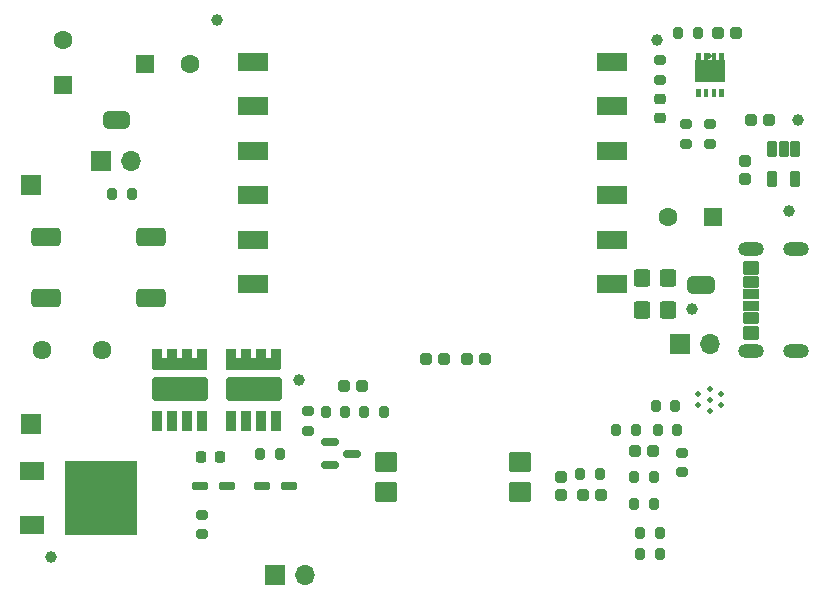
<source format=gbr>
%TF.GenerationSoftware,KiCad,Pcbnew,9.0.5*%
%TF.CreationDate,2025-10-24T12:46:41+03:00*%
%TF.ProjectId,40W SMPS,34305720-534d-4505-932e-6b696361645f,rev?*%
%TF.SameCoordinates,Original*%
%TF.FileFunction,Soldermask,Top*%
%TF.FilePolarity,Negative*%
%FSLAX46Y46*%
G04 Gerber Fmt 4.6, Leading zero omitted, Abs format (unit mm)*
G04 Created by KiCad (PCBNEW 9.0.5) date 2025-10-24 12:46:41*
%MOMM*%
%LPD*%
G01*
G04 APERTURE LIST*
G04 Aperture macros list*
%AMRoundRect*
0 Rectangle with rounded corners*
0 $1 Rounding radius*
0 $2 $3 $4 $5 $6 $7 $8 $9 X,Y pos of 4 corners*
0 Add a 4 corners polygon primitive as box body*
4,1,4,$2,$3,$4,$5,$6,$7,$8,$9,$2,$3,0*
0 Add four circle primitives for the rounded corners*
1,1,$1+$1,$2,$3*
1,1,$1+$1,$4,$5*
1,1,$1+$1,$6,$7*
1,1,$1+$1,$8,$9*
0 Add four rect primitives between the rounded corners*
20,1,$1+$1,$2,$3,$4,$5,0*
20,1,$1+$1,$4,$5,$6,$7,0*
20,1,$1+$1,$6,$7,$8,$9,0*
20,1,$1+$1,$8,$9,$2,$3,0*%
%AMFreePoly0*
4,1,23,0.500000,-0.750000,0.000000,-0.750000,0.000000,-0.745722,-0.065263,-0.745722,-0.191342,-0.711940,-0.304381,-0.646677,-0.396677,-0.554381,-0.461940,-0.441342,-0.495722,-0.315263,-0.495722,-0.250000,-0.500000,-0.250000,-0.500000,0.250000,-0.495722,0.250000,-0.495722,0.315263,-0.461940,0.441342,-0.396677,0.554381,-0.304381,0.646677,-0.191342,0.711940,-0.065263,0.745722,0.000000,0.745722,
0.000000,0.750000,0.500000,0.750000,0.500000,-0.750000,0.500000,-0.750000,$1*%
%AMFreePoly1*
4,1,23,0.000000,0.745722,0.065263,0.745722,0.191342,0.711940,0.304381,0.646677,0.396677,0.554381,0.461940,0.441342,0.495722,0.315263,0.495722,0.250000,0.500000,0.250000,0.500000,-0.250000,0.495722,-0.250000,0.495722,-0.315263,0.461940,-0.441342,0.396677,-0.554381,0.304381,-0.646677,0.191342,-0.711940,0.065263,-0.745722,0.000000,-0.745722,0.000000,-0.750000,-0.500000,-0.750000,
-0.500000,0.750000,0.000000,0.750000,0.000000,0.745722,0.000000,0.745722,$1*%
G04 Aperture macros list end*
%ADD10C,0.010000*%
%ADD11RoundRect,0.200000X-0.200000X-0.275000X0.200000X-0.275000X0.200000X0.275000X-0.200000X0.275000X0*%
%ADD12RoundRect,0.200000X0.275000X-0.200000X0.275000X0.200000X-0.275000X0.200000X-0.275000X-0.200000X0*%
%ADD13C,1.000000*%
%ADD14RoundRect,0.244000X0.244000X0.269000X-0.244000X0.269000X-0.244000X-0.269000X0.244000X-0.269000X0*%
%ADD15RoundRect,0.102000X0.317500X-0.778000X0.317500X0.778000X-0.317500X0.778000X-0.317500X-0.778000X0*%
%ADD16RoundRect,0.102000X2.221557X-0.442625X2.221557X0.442625X-2.221557X0.442625X-2.221557X-0.442625X0*%
%ADD17RoundRect,0.102000X2.233750X-0.876500X2.233750X0.876500X-2.233750X0.876500X-2.233750X-0.876500X0*%
%ADD18RoundRect,0.264074X-0.448926X0.473926X-0.448926X-0.473926X0.448926X-0.473926X0.448926X0.473926X0*%
%ADD19C,1.612000*%
%ADD20RoundRect,0.218750X0.218750X0.256250X-0.218750X0.256250X-0.218750X-0.256250X0.218750X-0.256250X0*%
%ADD21R,1.700000X1.700000*%
%ADD22RoundRect,0.244000X-0.244000X-0.269000X0.244000X-0.269000X0.244000X0.269000X-0.244000X0.269000X0*%
%ADD23O,1.700000X1.700000*%
%ADD24RoundRect,0.099250X-0.297750X0.607750X-0.297750X-0.607750X0.297750X-0.607750X0.297750X0.607750X0*%
%ADD25RoundRect,0.200000X-0.275000X0.200000X-0.275000X-0.200000X0.275000X-0.200000X0.275000X0.200000X0*%
%ADD26RoundRect,0.102000X-0.537500X-0.250000X0.537500X-0.250000X0.537500X0.250000X-0.537500X0.250000X0*%
%ADD27R,1.600000X1.600000*%
%ADD28C,1.600000*%
%ADD29RoundRect,0.102000X0.537500X0.250000X-0.537500X0.250000X-0.537500X-0.250000X0.537500X-0.250000X0*%
%ADD30FreePoly0,0.000000*%
%ADD31FreePoly1,0.000000*%
%ADD32RoundRect,0.102000X0.575000X-0.350000X0.575000X0.350000X-0.575000X0.350000X-0.575000X-0.350000X0*%
%ADD33RoundRect,0.102000X0.575000X-0.400000X0.575000X0.400000X-0.575000X0.400000X-0.575000X-0.400000X0*%
%ADD34RoundRect,0.102000X0.575000X-0.450000X0.575000X0.450000X-0.575000X0.450000X-0.575000X-0.450000X0*%
%ADD35O,2.204000X1.204000*%
%ADD36RoundRect,0.218750X0.256250X-0.218750X0.256250X0.218750X-0.256250X0.218750X-0.256250X-0.218750X0*%
%ADD37RoundRect,0.200000X0.200000X0.275000X-0.200000X0.275000X-0.200000X-0.275000X0.200000X-0.275000X0*%
%ADD38R,2.500000X1.520000*%
%ADD39C,0.504000*%
%ADD40RoundRect,0.244000X0.269000X-0.244000X0.269000X0.244000X-0.269000X0.244000X-0.269000X-0.244000X0*%
%ADD41RoundRect,0.244000X-0.269000X0.244000X-0.269000X-0.244000X0.269000X-0.244000X0.269000X0.244000X0*%
%ADD42RoundRect,0.102000X0.850000X0.725000X-0.850000X0.725000X-0.850000X-0.725000X0.850000X-0.725000X0*%
%ADD43RoundRect,0.150000X-0.587500X-0.150000X0.587500X-0.150000X0.587500X0.150000X-0.587500X0.150000X0*%
%ADD44RoundRect,0.102000X-0.900000X-0.700000X0.900000X-0.700000X0.900000X0.700000X-0.900000X0.700000X0*%
%ADD45RoundRect,0.102000X-2.985000X-3.050000X2.985000X-3.050000X2.985000X3.050000X-2.985000X3.050000X0*%
%ADD46RoundRect,0.250000X-0.985000X0.505000X-0.985000X-0.505000X0.985000X-0.505000X0.985000X0.505000X0*%
G04 APERTURE END LIST*
%TO.C,JP3*%
G36*
X228350000Y-63750000D02*
G01*
X228650000Y-63750000D01*
X228650000Y-65250000D01*
X228350000Y-65250000D01*
X228350000Y-63750000D01*
G37*
%TO.C,JP2*%
G36*
X178850000Y-49750000D02*
G01*
X179150000Y-49750000D01*
X179150000Y-51250000D01*
X178850000Y-51250000D01*
X178850000Y-49750000D01*
G37*
D10*
%TO.C,Q2*%
X228358000Y-47901000D02*
X228360000Y-47901000D01*
X228363000Y-47902000D01*
X228365000Y-47902000D01*
X228368000Y-47903000D01*
X228370000Y-47904000D01*
X228373000Y-47905000D01*
X228375000Y-47907000D01*
X228377000Y-47908000D01*
X228379000Y-47910000D01*
X228381000Y-47911000D01*
X228383000Y-47913000D01*
X228385000Y-47915000D01*
X228387000Y-47917000D01*
X228389000Y-47919000D01*
X228390000Y-47921000D01*
X228392000Y-47923000D01*
X228393000Y-47925000D01*
X228395000Y-47927000D01*
X228396000Y-47930000D01*
X228397000Y-47932000D01*
X228398000Y-47935000D01*
X228398000Y-47937000D01*
X228399000Y-47940000D01*
X228399000Y-47942000D01*
X228400000Y-47945000D01*
X228400000Y-47947000D01*
X228400000Y-47950000D01*
X228400000Y-48450000D01*
X228400000Y-48453000D01*
X228400000Y-48455000D01*
X228399000Y-48458000D01*
X228399000Y-48460000D01*
X228398000Y-48463000D01*
X228398000Y-48465000D01*
X228397000Y-48468000D01*
X228396000Y-48470000D01*
X228395000Y-48473000D01*
X228393000Y-48475000D01*
X228392000Y-48477000D01*
X228390000Y-48479000D01*
X228389000Y-48481000D01*
X228387000Y-48483000D01*
X228385000Y-48485000D01*
X228383000Y-48487000D01*
X228381000Y-48489000D01*
X228379000Y-48490000D01*
X228377000Y-48492000D01*
X228375000Y-48493000D01*
X228373000Y-48495000D01*
X228370000Y-48496000D01*
X228368000Y-48497000D01*
X228365000Y-48498000D01*
X228363000Y-48498000D01*
X228360000Y-48499000D01*
X228358000Y-48499000D01*
X228355000Y-48500000D01*
X228353000Y-48500000D01*
X228350000Y-48500000D01*
X228150000Y-48500000D01*
X228147000Y-48500000D01*
X228145000Y-48500000D01*
X228142000Y-48499000D01*
X228140000Y-48499000D01*
X228137000Y-48498000D01*
X228135000Y-48498000D01*
X228132000Y-48497000D01*
X228130000Y-48496000D01*
X228127000Y-48495000D01*
X228125000Y-48493000D01*
X228123000Y-48492000D01*
X228121000Y-48490000D01*
X228119000Y-48489000D01*
X228117000Y-48487000D01*
X228115000Y-48485000D01*
X228113000Y-48483000D01*
X228111000Y-48481000D01*
X228110000Y-48479000D01*
X228108000Y-48477000D01*
X228107000Y-48475000D01*
X228105000Y-48473000D01*
X228104000Y-48470000D01*
X228103000Y-48468000D01*
X228102000Y-48465000D01*
X228102000Y-48463000D01*
X228101000Y-48460000D01*
X228101000Y-48458000D01*
X228100000Y-48455000D01*
X228100000Y-48453000D01*
X228100000Y-48450000D01*
X228100000Y-47950000D01*
X228100000Y-47947000D01*
X228100000Y-47945000D01*
X228101000Y-47942000D01*
X228101000Y-47940000D01*
X228102000Y-47937000D01*
X228102000Y-47935000D01*
X228103000Y-47932000D01*
X228104000Y-47930000D01*
X228105000Y-47927000D01*
X228107000Y-47925000D01*
X228108000Y-47923000D01*
X228110000Y-47921000D01*
X228111000Y-47919000D01*
X228113000Y-47917000D01*
X228115000Y-47915000D01*
X228117000Y-47913000D01*
X228119000Y-47911000D01*
X228121000Y-47910000D01*
X228123000Y-47908000D01*
X228125000Y-47907000D01*
X228127000Y-47905000D01*
X228130000Y-47904000D01*
X228132000Y-47903000D01*
X228135000Y-47902000D01*
X228137000Y-47902000D01*
X228140000Y-47901000D01*
X228142000Y-47901000D01*
X228145000Y-47900000D01*
X228147000Y-47900000D01*
X228150000Y-47900000D01*
X228350000Y-47900000D01*
X228353000Y-47900000D01*
X228355000Y-47900000D01*
X228358000Y-47901000D01*
G36*
X228358000Y-47901000D02*
G01*
X228360000Y-47901000D01*
X228363000Y-47902000D01*
X228365000Y-47902000D01*
X228368000Y-47903000D01*
X228370000Y-47904000D01*
X228373000Y-47905000D01*
X228375000Y-47907000D01*
X228377000Y-47908000D01*
X228379000Y-47910000D01*
X228381000Y-47911000D01*
X228383000Y-47913000D01*
X228385000Y-47915000D01*
X228387000Y-47917000D01*
X228389000Y-47919000D01*
X228390000Y-47921000D01*
X228392000Y-47923000D01*
X228393000Y-47925000D01*
X228395000Y-47927000D01*
X228396000Y-47930000D01*
X228397000Y-47932000D01*
X228398000Y-47935000D01*
X228398000Y-47937000D01*
X228399000Y-47940000D01*
X228399000Y-47942000D01*
X228400000Y-47945000D01*
X228400000Y-47947000D01*
X228400000Y-47950000D01*
X228400000Y-48450000D01*
X228400000Y-48453000D01*
X228400000Y-48455000D01*
X228399000Y-48458000D01*
X228399000Y-48460000D01*
X228398000Y-48463000D01*
X228398000Y-48465000D01*
X228397000Y-48468000D01*
X228396000Y-48470000D01*
X228395000Y-48473000D01*
X228393000Y-48475000D01*
X228392000Y-48477000D01*
X228390000Y-48479000D01*
X228389000Y-48481000D01*
X228387000Y-48483000D01*
X228385000Y-48485000D01*
X228383000Y-48487000D01*
X228381000Y-48489000D01*
X228379000Y-48490000D01*
X228377000Y-48492000D01*
X228375000Y-48493000D01*
X228373000Y-48495000D01*
X228370000Y-48496000D01*
X228368000Y-48497000D01*
X228365000Y-48498000D01*
X228363000Y-48498000D01*
X228360000Y-48499000D01*
X228358000Y-48499000D01*
X228355000Y-48500000D01*
X228353000Y-48500000D01*
X228350000Y-48500000D01*
X228150000Y-48500000D01*
X228147000Y-48500000D01*
X228145000Y-48500000D01*
X228142000Y-48499000D01*
X228140000Y-48499000D01*
X228137000Y-48498000D01*
X228135000Y-48498000D01*
X228132000Y-48497000D01*
X228130000Y-48496000D01*
X228127000Y-48495000D01*
X228125000Y-48493000D01*
X228123000Y-48492000D01*
X228121000Y-48490000D01*
X228119000Y-48489000D01*
X228117000Y-48487000D01*
X228115000Y-48485000D01*
X228113000Y-48483000D01*
X228111000Y-48481000D01*
X228110000Y-48479000D01*
X228108000Y-48477000D01*
X228107000Y-48475000D01*
X228105000Y-48473000D01*
X228104000Y-48470000D01*
X228103000Y-48468000D01*
X228102000Y-48465000D01*
X228102000Y-48463000D01*
X228101000Y-48460000D01*
X228101000Y-48458000D01*
X228100000Y-48455000D01*
X228100000Y-48453000D01*
X228100000Y-48450000D01*
X228100000Y-47950000D01*
X228100000Y-47947000D01*
X228100000Y-47945000D01*
X228101000Y-47942000D01*
X228101000Y-47940000D01*
X228102000Y-47937000D01*
X228102000Y-47935000D01*
X228103000Y-47932000D01*
X228104000Y-47930000D01*
X228105000Y-47927000D01*
X228107000Y-47925000D01*
X228108000Y-47923000D01*
X228110000Y-47921000D01*
X228111000Y-47919000D01*
X228113000Y-47917000D01*
X228115000Y-47915000D01*
X228117000Y-47913000D01*
X228119000Y-47911000D01*
X228121000Y-47910000D01*
X228123000Y-47908000D01*
X228125000Y-47907000D01*
X228127000Y-47905000D01*
X228130000Y-47904000D01*
X228132000Y-47903000D01*
X228135000Y-47902000D01*
X228137000Y-47902000D01*
X228140000Y-47901000D01*
X228142000Y-47901000D01*
X228145000Y-47900000D01*
X228147000Y-47900000D01*
X228150000Y-47900000D01*
X228350000Y-47900000D01*
X228353000Y-47900000D01*
X228355000Y-47900000D01*
X228358000Y-47901000D01*
G37*
X229008000Y-47901000D02*
X229010000Y-47901000D01*
X229013000Y-47902000D01*
X229015000Y-47902000D01*
X229018000Y-47903000D01*
X229020000Y-47904000D01*
X229023000Y-47905000D01*
X229025000Y-47907000D01*
X229027000Y-47908000D01*
X229029000Y-47910000D01*
X229031000Y-47911000D01*
X229033000Y-47913000D01*
X229035000Y-47915000D01*
X229037000Y-47917000D01*
X229039000Y-47919000D01*
X229040000Y-47921000D01*
X229042000Y-47923000D01*
X229043000Y-47925000D01*
X229045000Y-47927000D01*
X229046000Y-47930000D01*
X229047000Y-47932000D01*
X229048000Y-47935000D01*
X229048000Y-47937000D01*
X229049000Y-47940000D01*
X229049000Y-47942000D01*
X229050000Y-47945000D01*
X229050000Y-47947000D01*
X229050000Y-47950000D01*
X229050000Y-48450000D01*
X229050000Y-48453000D01*
X229050000Y-48455000D01*
X229049000Y-48458000D01*
X229049000Y-48460000D01*
X229048000Y-48463000D01*
X229048000Y-48465000D01*
X229047000Y-48468000D01*
X229046000Y-48470000D01*
X229045000Y-48473000D01*
X229043000Y-48475000D01*
X229042000Y-48477000D01*
X229040000Y-48479000D01*
X229039000Y-48481000D01*
X229037000Y-48483000D01*
X229035000Y-48485000D01*
X229033000Y-48487000D01*
X229031000Y-48489000D01*
X229029000Y-48490000D01*
X229027000Y-48492000D01*
X229025000Y-48493000D01*
X229023000Y-48495000D01*
X229020000Y-48496000D01*
X229018000Y-48497000D01*
X229015000Y-48498000D01*
X229013000Y-48498000D01*
X229010000Y-48499000D01*
X229008000Y-48499000D01*
X229005000Y-48500000D01*
X229003000Y-48500000D01*
X229000000Y-48500000D01*
X228800000Y-48500000D01*
X228797000Y-48500000D01*
X228795000Y-48500000D01*
X228792000Y-48499000D01*
X228790000Y-48499000D01*
X228787000Y-48498000D01*
X228785000Y-48498000D01*
X228782000Y-48497000D01*
X228780000Y-48496000D01*
X228777000Y-48495000D01*
X228775000Y-48493000D01*
X228773000Y-48492000D01*
X228771000Y-48490000D01*
X228769000Y-48489000D01*
X228767000Y-48487000D01*
X228765000Y-48485000D01*
X228763000Y-48483000D01*
X228761000Y-48481000D01*
X228760000Y-48479000D01*
X228758000Y-48477000D01*
X228757000Y-48475000D01*
X228755000Y-48473000D01*
X228754000Y-48470000D01*
X228753000Y-48468000D01*
X228752000Y-48465000D01*
X228752000Y-48463000D01*
X228751000Y-48460000D01*
X228751000Y-48458000D01*
X228750000Y-48455000D01*
X228750000Y-48453000D01*
X228750000Y-48450000D01*
X228750000Y-47950000D01*
X228750000Y-47947000D01*
X228750000Y-47945000D01*
X228751000Y-47942000D01*
X228751000Y-47940000D01*
X228752000Y-47937000D01*
X228752000Y-47935000D01*
X228753000Y-47932000D01*
X228754000Y-47930000D01*
X228755000Y-47927000D01*
X228757000Y-47925000D01*
X228758000Y-47923000D01*
X228760000Y-47921000D01*
X228761000Y-47919000D01*
X228763000Y-47917000D01*
X228765000Y-47915000D01*
X228767000Y-47913000D01*
X228769000Y-47911000D01*
X228771000Y-47910000D01*
X228773000Y-47908000D01*
X228775000Y-47907000D01*
X228777000Y-47905000D01*
X228780000Y-47904000D01*
X228782000Y-47903000D01*
X228785000Y-47902000D01*
X228787000Y-47902000D01*
X228790000Y-47901000D01*
X228792000Y-47901000D01*
X228795000Y-47900000D01*
X228797000Y-47900000D01*
X228800000Y-47900000D01*
X229000000Y-47900000D01*
X229003000Y-47900000D01*
X229005000Y-47900000D01*
X229008000Y-47901000D01*
G36*
X229008000Y-47901000D02*
G01*
X229010000Y-47901000D01*
X229013000Y-47902000D01*
X229015000Y-47902000D01*
X229018000Y-47903000D01*
X229020000Y-47904000D01*
X229023000Y-47905000D01*
X229025000Y-47907000D01*
X229027000Y-47908000D01*
X229029000Y-47910000D01*
X229031000Y-47911000D01*
X229033000Y-47913000D01*
X229035000Y-47915000D01*
X229037000Y-47917000D01*
X229039000Y-47919000D01*
X229040000Y-47921000D01*
X229042000Y-47923000D01*
X229043000Y-47925000D01*
X229045000Y-47927000D01*
X229046000Y-47930000D01*
X229047000Y-47932000D01*
X229048000Y-47935000D01*
X229048000Y-47937000D01*
X229049000Y-47940000D01*
X229049000Y-47942000D01*
X229050000Y-47945000D01*
X229050000Y-47947000D01*
X229050000Y-47950000D01*
X229050000Y-48450000D01*
X229050000Y-48453000D01*
X229050000Y-48455000D01*
X229049000Y-48458000D01*
X229049000Y-48460000D01*
X229048000Y-48463000D01*
X229048000Y-48465000D01*
X229047000Y-48468000D01*
X229046000Y-48470000D01*
X229045000Y-48473000D01*
X229043000Y-48475000D01*
X229042000Y-48477000D01*
X229040000Y-48479000D01*
X229039000Y-48481000D01*
X229037000Y-48483000D01*
X229035000Y-48485000D01*
X229033000Y-48487000D01*
X229031000Y-48489000D01*
X229029000Y-48490000D01*
X229027000Y-48492000D01*
X229025000Y-48493000D01*
X229023000Y-48495000D01*
X229020000Y-48496000D01*
X229018000Y-48497000D01*
X229015000Y-48498000D01*
X229013000Y-48498000D01*
X229010000Y-48499000D01*
X229008000Y-48499000D01*
X229005000Y-48500000D01*
X229003000Y-48500000D01*
X229000000Y-48500000D01*
X228800000Y-48500000D01*
X228797000Y-48500000D01*
X228795000Y-48500000D01*
X228792000Y-48499000D01*
X228790000Y-48499000D01*
X228787000Y-48498000D01*
X228785000Y-48498000D01*
X228782000Y-48497000D01*
X228780000Y-48496000D01*
X228777000Y-48495000D01*
X228775000Y-48493000D01*
X228773000Y-48492000D01*
X228771000Y-48490000D01*
X228769000Y-48489000D01*
X228767000Y-48487000D01*
X228765000Y-48485000D01*
X228763000Y-48483000D01*
X228761000Y-48481000D01*
X228760000Y-48479000D01*
X228758000Y-48477000D01*
X228757000Y-48475000D01*
X228755000Y-48473000D01*
X228754000Y-48470000D01*
X228753000Y-48468000D01*
X228752000Y-48465000D01*
X228752000Y-48463000D01*
X228751000Y-48460000D01*
X228751000Y-48458000D01*
X228750000Y-48455000D01*
X228750000Y-48453000D01*
X228750000Y-48450000D01*
X228750000Y-47950000D01*
X228750000Y-47947000D01*
X228750000Y-47945000D01*
X228751000Y-47942000D01*
X228751000Y-47940000D01*
X228752000Y-47937000D01*
X228752000Y-47935000D01*
X228753000Y-47932000D01*
X228754000Y-47930000D01*
X228755000Y-47927000D01*
X228757000Y-47925000D01*
X228758000Y-47923000D01*
X228760000Y-47921000D01*
X228761000Y-47919000D01*
X228763000Y-47917000D01*
X228765000Y-47915000D01*
X228767000Y-47913000D01*
X228769000Y-47911000D01*
X228771000Y-47910000D01*
X228773000Y-47908000D01*
X228775000Y-47907000D01*
X228777000Y-47905000D01*
X228780000Y-47904000D01*
X228782000Y-47903000D01*
X228785000Y-47902000D01*
X228787000Y-47902000D01*
X228790000Y-47901000D01*
X228792000Y-47901000D01*
X228795000Y-47900000D01*
X228797000Y-47900000D01*
X228800000Y-47900000D01*
X229000000Y-47900000D01*
X229003000Y-47900000D01*
X229005000Y-47900000D01*
X229008000Y-47901000D01*
G37*
X229658000Y-47901000D02*
X229660000Y-47901000D01*
X229663000Y-47902000D01*
X229665000Y-47902000D01*
X229668000Y-47903000D01*
X229670000Y-47904000D01*
X229673000Y-47905000D01*
X229675000Y-47907000D01*
X229677000Y-47908000D01*
X229679000Y-47910000D01*
X229681000Y-47911000D01*
X229683000Y-47913000D01*
X229685000Y-47915000D01*
X229687000Y-47917000D01*
X229689000Y-47919000D01*
X229690000Y-47921000D01*
X229692000Y-47923000D01*
X229693000Y-47925000D01*
X229695000Y-47927000D01*
X229696000Y-47930000D01*
X229697000Y-47932000D01*
X229698000Y-47935000D01*
X229698000Y-47937000D01*
X229699000Y-47940000D01*
X229699000Y-47942000D01*
X229700000Y-47945000D01*
X229700000Y-47947000D01*
X229700000Y-47950000D01*
X229700000Y-48450000D01*
X229700000Y-48453000D01*
X229700000Y-48455000D01*
X229699000Y-48458000D01*
X229699000Y-48460000D01*
X229698000Y-48463000D01*
X229698000Y-48465000D01*
X229697000Y-48468000D01*
X229696000Y-48470000D01*
X229695000Y-48473000D01*
X229693000Y-48475000D01*
X229692000Y-48477000D01*
X229690000Y-48479000D01*
X229689000Y-48481000D01*
X229687000Y-48483000D01*
X229685000Y-48485000D01*
X229683000Y-48487000D01*
X229681000Y-48489000D01*
X229679000Y-48490000D01*
X229677000Y-48492000D01*
X229675000Y-48493000D01*
X229673000Y-48495000D01*
X229670000Y-48496000D01*
X229668000Y-48497000D01*
X229665000Y-48498000D01*
X229663000Y-48498000D01*
X229660000Y-48499000D01*
X229658000Y-48499000D01*
X229655000Y-48500000D01*
X229653000Y-48500000D01*
X229650000Y-48500000D01*
X229450000Y-48500000D01*
X229447000Y-48500000D01*
X229445000Y-48500000D01*
X229442000Y-48499000D01*
X229440000Y-48499000D01*
X229437000Y-48498000D01*
X229435000Y-48498000D01*
X229432000Y-48497000D01*
X229430000Y-48496000D01*
X229427000Y-48495000D01*
X229425000Y-48493000D01*
X229423000Y-48492000D01*
X229421000Y-48490000D01*
X229419000Y-48489000D01*
X229417000Y-48487000D01*
X229415000Y-48485000D01*
X229413000Y-48483000D01*
X229411000Y-48481000D01*
X229410000Y-48479000D01*
X229408000Y-48477000D01*
X229407000Y-48475000D01*
X229405000Y-48473000D01*
X229404000Y-48470000D01*
X229403000Y-48468000D01*
X229402000Y-48465000D01*
X229402000Y-48463000D01*
X229401000Y-48460000D01*
X229401000Y-48458000D01*
X229400000Y-48455000D01*
X229400000Y-48453000D01*
X229400000Y-48450000D01*
X229400000Y-47950000D01*
X229400000Y-47947000D01*
X229400000Y-47945000D01*
X229401000Y-47942000D01*
X229401000Y-47940000D01*
X229402000Y-47937000D01*
X229402000Y-47935000D01*
X229403000Y-47932000D01*
X229404000Y-47930000D01*
X229405000Y-47927000D01*
X229407000Y-47925000D01*
X229408000Y-47923000D01*
X229410000Y-47921000D01*
X229411000Y-47919000D01*
X229413000Y-47917000D01*
X229415000Y-47915000D01*
X229417000Y-47913000D01*
X229419000Y-47911000D01*
X229421000Y-47910000D01*
X229423000Y-47908000D01*
X229425000Y-47907000D01*
X229427000Y-47905000D01*
X229430000Y-47904000D01*
X229432000Y-47903000D01*
X229435000Y-47902000D01*
X229437000Y-47902000D01*
X229440000Y-47901000D01*
X229442000Y-47901000D01*
X229445000Y-47900000D01*
X229447000Y-47900000D01*
X229450000Y-47900000D01*
X229650000Y-47900000D01*
X229653000Y-47900000D01*
X229655000Y-47900000D01*
X229658000Y-47901000D01*
G36*
X229658000Y-47901000D02*
G01*
X229660000Y-47901000D01*
X229663000Y-47902000D01*
X229665000Y-47902000D01*
X229668000Y-47903000D01*
X229670000Y-47904000D01*
X229673000Y-47905000D01*
X229675000Y-47907000D01*
X229677000Y-47908000D01*
X229679000Y-47910000D01*
X229681000Y-47911000D01*
X229683000Y-47913000D01*
X229685000Y-47915000D01*
X229687000Y-47917000D01*
X229689000Y-47919000D01*
X229690000Y-47921000D01*
X229692000Y-47923000D01*
X229693000Y-47925000D01*
X229695000Y-47927000D01*
X229696000Y-47930000D01*
X229697000Y-47932000D01*
X229698000Y-47935000D01*
X229698000Y-47937000D01*
X229699000Y-47940000D01*
X229699000Y-47942000D01*
X229700000Y-47945000D01*
X229700000Y-47947000D01*
X229700000Y-47950000D01*
X229700000Y-48450000D01*
X229700000Y-48453000D01*
X229700000Y-48455000D01*
X229699000Y-48458000D01*
X229699000Y-48460000D01*
X229698000Y-48463000D01*
X229698000Y-48465000D01*
X229697000Y-48468000D01*
X229696000Y-48470000D01*
X229695000Y-48473000D01*
X229693000Y-48475000D01*
X229692000Y-48477000D01*
X229690000Y-48479000D01*
X229689000Y-48481000D01*
X229687000Y-48483000D01*
X229685000Y-48485000D01*
X229683000Y-48487000D01*
X229681000Y-48489000D01*
X229679000Y-48490000D01*
X229677000Y-48492000D01*
X229675000Y-48493000D01*
X229673000Y-48495000D01*
X229670000Y-48496000D01*
X229668000Y-48497000D01*
X229665000Y-48498000D01*
X229663000Y-48498000D01*
X229660000Y-48499000D01*
X229658000Y-48499000D01*
X229655000Y-48500000D01*
X229653000Y-48500000D01*
X229650000Y-48500000D01*
X229450000Y-48500000D01*
X229447000Y-48500000D01*
X229445000Y-48500000D01*
X229442000Y-48499000D01*
X229440000Y-48499000D01*
X229437000Y-48498000D01*
X229435000Y-48498000D01*
X229432000Y-48497000D01*
X229430000Y-48496000D01*
X229427000Y-48495000D01*
X229425000Y-48493000D01*
X229423000Y-48492000D01*
X229421000Y-48490000D01*
X229419000Y-48489000D01*
X229417000Y-48487000D01*
X229415000Y-48485000D01*
X229413000Y-48483000D01*
X229411000Y-48481000D01*
X229410000Y-48479000D01*
X229408000Y-48477000D01*
X229407000Y-48475000D01*
X229405000Y-48473000D01*
X229404000Y-48470000D01*
X229403000Y-48468000D01*
X229402000Y-48465000D01*
X229402000Y-48463000D01*
X229401000Y-48460000D01*
X229401000Y-48458000D01*
X229400000Y-48455000D01*
X229400000Y-48453000D01*
X229400000Y-48450000D01*
X229400000Y-47950000D01*
X229400000Y-47947000D01*
X229400000Y-47945000D01*
X229401000Y-47942000D01*
X229401000Y-47940000D01*
X229402000Y-47937000D01*
X229402000Y-47935000D01*
X229403000Y-47932000D01*
X229404000Y-47930000D01*
X229405000Y-47927000D01*
X229407000Y-47925000D01*
X229408000Y-47923000D01*
X229410000Y-47921000D01*
X229411000Y-47919000D01*
X229413000Y-47917000D01*
X229415000Y-47915000D01*
X229417000Y-47913000D01*
X229419000Y-47911000D01*
X229421000Y-47910000D01*
X229423000Y-47908000D01*
X229425000Y-47907000D01*
X229427000Y-47905000D01*
X229430000Y-47904000D01*
X229432000Y-47903000D01*
X229435000Y-47902000D01*
X229437000Y-47902000D01*
X229440000Y-47901000D01*
X229442000Y-47901000D01*
X229445000Y-47900000D01*
X229447000Y-47900000D01*
X229450000Y-47900000D01*
X229650000Y-47900000D01*
X229653000Y-47900000D01*
X229655000Y-47900000D01*
X229658000Y-47901000D01*
G37*
X230308000Y-47901000D02*
X230310000Y-47901000D01*
X230313000Y-47902000D01*
X230315000Y-47902000D01*
X230318000Y-47903000D01*
X230320000Y-47904000D01*
X230323000Y-47905000D01*
X230325000Y-47907000D01*
X230327000Y-47908000D01*
X230329000Y-47910000D01*
X230331000Y-47911000D01*
X230333000Y-47913000D01*
X230335000Y-47915000D01*
X230337000Y-47917000D01*
X230339000Y-47919000D01*
X230340000Y-47921000D01*
X230342000Y-47923000D01*
X230343000Y-47925000D01*
X230345000Y-47927000D01*
X230346000Y-47930000D01*
X230347000Y-47932000D01*
X230348000Y-47935000D01*
X230348000Y-47937000D01*
X230349000Y-47940000D01*
X230349000Y-47942000D01*
X230350000Y-47945000D01*
X230350000Y-47947000D01*
X230350000Y-47950000D01*
X230350000Y-48450000D01*
X230350000Y-48453000D01*
X230350000Y-48455000D01*
X230349000Y-48458000D01*
X230349000Y-48460000D01*
X230348000Y-48463000D01*
X230348000Y-48465000D01*
X230347000Y-48468000D01*
X230346000Y-48470000D01*
X230345000Y-48473000D01*
X230343000Y-48475000D01*
X230342000Y-48477000D01*
X230340000Y-48479000D01*
X230339000Y-48481000D01*
X230337000Y-48483000D01*
X230335000Y-48485000D01*
X230333000Y-48487000D01*
X230331000Y-48489000D01*
X230329000Y-48490000D01*
X230327000Y-48492000D01*
X230325000Y-48493000D01*
X230323000Y-48495000D01*
X230320000Y-48496000D01*
X230318000Y-48497000D01*
X230315000Y-48498000D01*
X230313000Y-48498000D01*
X230310000Y-48499000D01*
X230308000Y-48499000D01*
X230305000Y-48500000D01*
X230303000Y-48500000D01*
X230300000Y-48500000D01*
X230100000Y-48500000D01*
X230097000Y-48500000D01*
X230095000Y-48500000D01*
X230092000Y-48499000D01*
X230090000Y-48499000D01*
X230087000Y-48498000D01*
X230085000Y-48498000D01*
X230082000Y-48497000D01*
X230080000Y-48496000D01*
X230077000Y-48495000D01*
X230075000Y-48493000D01*
X230073000Y-48492000D01*
X230071000Y-48490000D01*
X230069000Y-48489000D01*
X230067000Y-48487000D01*
X230065000Y-48485000D01*
X230063000Y-48483000D01*
X230061000Y-48481000D01*
X230060000Y-48479000D01*
X230058000Y-48477000D01*
X230057000Y-48475000D01*
X230055000Y-48473000D01*
X230054000Y-48470000D01*
X230053000Y-48468000D01*
X230052000Y-48465000D01*
X230052000Y-48463000D01*
X230051000Y-48460000D01*
X230051000Y-48458000D01*
X230050000Y-48455000D01*
X230050000Y-48453000D01*
X230050000Y-48450000D01*
X230050000Y-47950000D01*
X230050000Y-47947000D01*
X230050000Y-47945000D01*
X230051000Y-47942000D01*
X230051000Y-47940000D01*
X230052000Y-47937000D01*
X230052000Y-47935000D01*
X230053000Y-47932000D01*
X230054000Y-47930000D01*
X230055000Y-47927000D01*
X230057000Y-47925000D01*
X230058000Y-47923000D01*
X230060000Y-47921000D01*
X230061000Y-47919000D01*
X230063000Y-47917000D01*
X230065000Y-47915000D01*
X230067000Y-47913000D01*
X230069000Y-47911000D01*
X230071000Y-47910000D01*
X230073000Y-47908000D01*
X230075000Y-47907000D01*
X230077000Y-47905000D01*
X230080000Y-47904000D01*
X230082000Y-47903000D01*
X230085000Y-47902000D01*
X230087000Y-47902000D01*
X230090000Y-47901000D01*
X230092000Y-47901000D01*
X230095000Y-47900000D01*
X230097000Y-47900000D01*
X230100000Y-47900000D01*
X230300000Y-47900000D01*
X230303000Y-47900000D01*
X230305000Y-47900000D01*
X230308000Y-47901000D01*
G36*
X230308000Y-47901000D02*
G01*
X230310000Y-47901000D01*
X230313000Y-47902000D01*
X230315000Y-47902000D01*
X230318000Y-47903000D01*
X230320000Y-47904000D01*
X230323000Y-47905000D01*
X230325000Y-47907000D01*
X230327000Y-47908000D01*
X230329000Y-47910000D01*
X230331000Y-47911000D01*
X230333000Y-47913000D01*
X230335000Y-47915000D01*
X230337000Y-47917000D01*
X230339000Y-47919000D01*
X230340000Y-47921000D01*
X230342000Y-47923000D01*
X230343000Y-47925000D01*
X230345000Y-47927000D01*
X230346000Y-47930000D01*
X230347000Y-47932000D01*
X230348000Y-47935000D01*
X230348000Y-47937000D01*
X230349000Y-47940000D01*
X230349000Y-47942000D01*
X230350000Y-47945000D01*
X230350000Y-47947000D01*
X230350000Y-47950000D01*
X230350000Y-48450000D01*
X230350000Y-48453000D01*
X230350000Y-48455000D01*
X230349000Y-48458000D01*
X230349000Y-48460000D01*
X230348000Y-48463000D01*
X230348000Y-48465000D01*
X230347000Y-48468000D01*
X230346000Y-48470000D01*
X230345000Y-48473000D01*
X230343000Y-48475000D01*
X230342000Y-48477000D01*
X230340000Y-48479000D01*
X230339000Y-48481000D01*
X230337000Y-48483000D01*
X230335000Y-48485000D01*
X230333000Y-48487000D01*
X230331000Y-48489000D01*
X230329000Y-48490000D01*
X230327000Y-48492000D01*
X230325000Y-48493000D01*
X230323000Y-48495000D01*
X230320000Y-48496000D01*
X230318000Y-48497000D01*
X230315000Y-48498000D01*
X230313000Y-48498000D01*
X230310000Y-48499000D01*
X230308000Y-48499000D01*
X230305000Y-48500000D01*
X230303000Y-48500000D01*
X230300000Y-48500000D01*
X230100000Y-48500000D01*
X230097000Y-48500000D01*
X230095000Y-48500000D01*
X230092000Y-48499000D01*
X230090000Y-48499000D01*
X230087000Y-48498000D01*
X230085000Y-48498000D01*
X230082000Y-48497000D01*
X230080000Y-48496000D01*
X230077000Y-48495000D01*
X230075000Y-48493000D01*
X230073000Y-48492000D01*
X230071000Y-48490000D01*
X230069000Y-48489000D01*
X230067000Y-48487000D01*
X230065000Y-48485000D01*
X230063000Y-48483000D01*
X230061000Y-48481000D01*
X230060000Y-48479000D01*
X230058000Y-48477000D01*
X230057000Y-48475000D01*
X230055000Y-48473000D01*
X230054000Y-48470000D01*
X230053000Y-48468000D01*
X230052000Y-48465000D01*
X230052000Y-48463000D01*
X230051000Y-48460000D01*
X230051000Y-48458000D01*
X230050000Y-48455000D01*
X230050000Y-48453000D01*
X230050000Y-48450000D01*
X230050000Y-47950000D01*
X230050000Y-47947000D01*
X230050000Y-47945000D01*
X230051000Y-47942000D01*
X230051000Y-47940000D01*
X230052000Y-47937000D01*
X230052000Y-47935000D01*
X230053000Y-47932000D01*
X230054000Y-47930000D01*
X230055000Y-47927000D01*
X230057000Y-47925000D01*
X230058000Y-47923000D01*
X230060000Y-47921000D01*
X230061000Y-47919000D01*
X230063000Y-47917000D01*
X230065000Y-47915000D01*
X230067000Y-47913000D01*
X230069000Y-47911000D01*
X230071000Y-47910000D01*
X230073000Y-47908000D01*
X230075000Y-47907000D01*
X230077000Y-47905000D01*
X230080000Y-47904000D01*
X230082000Y-47903000D01*
X230085000Y-47902000D01*
X230087000Y-47902000D01*
X230090000Y-47901000D01*
X230092000Y-47901000D01*
X230095000Y-47900000D01*
X230097000Y-47900000D01*
X230100000Y-47900000D01*
X230300000Y-47900000D01*
X230303000Y-47900000D01*
X230305000Y-47900000D01*
X230308000Y-47901000D01*
G37*
X228358000Y-44801000D02*
X228360000Y-44801000D01*
X228363000Y-44802000D01*
X228365000Y-44802000D01*
X228368000Y-44803000D01*
X228370000Y-44804000D01*
X228373000Y-44805000D01*
X228375000Y-44807000D01*
X228377000Y-44808000D01*
X228379000Y-44810000D01*
X228381000Y-44811000D01*
X228383000Y-44813000D01*
X228385000Y-44815000D01*
X228387000Y-44817000D01*
X228389000Y-44819000D01*
X228390000Y-44821000D01*
X228392000Y-44823000D01*
X228393000Y-44825000D01*
X228395000Y-44827000D01*
X228396000Y-44830000D01*
X228397000Y-44832000D01*
X228398000Y-44835000D01*
X228398000Y-44837000D01*
X228399000Y-44840000D01*
X228399000Y-44842000D01*
X228400000Y-44845000D01*
X228400000Y-44847000D01*
X228400000Y-44850000D01*
X228400000Y-45435000D01*
X228750000Y-45435000D01*
X228750000Y-44850000D01*
X228750000Y-44847000D01*
X228750000Y-44845000D01*
X228751000Y-44842000D01*
X228751000Y-44840000D01*
X228752000Y-44837000D01*
X228752000Y-44835000D01*
X228753000Y-44832000D01*
X228754000Y-44830000D01*
X228755000Y-44827000D01*
X228757000Y-44825000D01*
X228758000Y-44823000D01*
X228760000Y-44821000D01*
X228761000Y-44819000D01*
X228763000Y-44817000D01*
X228765000Y-44815000D01*
X228767000Y-44813000D01*
X228769000Y-44811000D01*
X228771000Y-44810000D01*
X228773000Y-44808000D01*
X228775000Y-44807000D01*
X228777000Y-44805000D01*
X228780000Y-44804000D01*
X228782000Y-44803000D01*
X228785000Y-44802000D01*
X228787000Y-44802000D01*
X228790000Y-44801000D01*
X228792000Y-44801000D01*
X228795000Y-44800000D01*
X228797000Y-44800000D01*
X228800000Y-44800000D01*
X229000000Y-44800000D01*
X229003000Y-44800000D01*
X229005000Y-44800000D01*
X229008000Y-44801000D01*
X229010000Y-44801000D01*
X229013000Y-44802000D01*
X229015000Y-44802000D01*
X229018000Y-44803000D01*
X229020000Y-44804000D01*
X229023000Y-44805000D01*
X229025000Y-44807000D01*
X229027000Y-44808000D01*
X229029000Y-44810000D01*
X229031000Y-44811000D01*
X229033000Y-44813000D01*
X229035000Y-44815000D01*
X229037000Y-44817000D01*
X229039000Y-44819000D01*
X229040000Y-44821000D01*
X229042000Y-44823000D01*
X229043000Y-44825000D01*
X229045000Y-44827000D01*
X229046000Y-44830000D01*
X229047000Y-44832000D01*
X229048000Y-44835000D01*
X229048000Y-44837000D01*
X229049000Y-44840000D01*
X229049000Y-44842000D01*
X229050000Y-44845000D01*
X229050000Y-44847000D01*
X229050000Y-44850000D01*
X229050000Y-45435000D01*
X229400000Y-45435000D01*
X229400000Y-44850000D01*
X229400000Y-44847000D01*
X229400000Y-44845000D01*
X229401000Y-44842000D01*
X229401000Y-44840000D01*
X229402000Y-44837000D01*
X229402000Y-44835000D01*
X229403000Y-44832000D01*
X229404000Y-44830000D01*
X229405000Y-44827000D01*
X229407000Y-44825000D01*
X229408000Y-44823000D01*
X229410000Y-44821000D01*
X229411000Y-44819000D01*
X229413000Y-44817000D01*
X229415000Y-44815000D01*
X229417000Y-44813000D01*
X229419000Y-44811000D01*
X229421000Y-44810000D01*
X229423000Y-44808000D01*
X229425000Y-44807000D01*
X229427000Y-44805000D01*
X229430000Y-44804000D01*
X229432000Y-44803000D01*
X229435000Y-44802000D01*
X229437000Y-44802000D01*
X229440000Y-44801000D01*
X229442000Y-44801000D01*
X229445000Y-44800000D01*
X229447000Y-44800000D01*
X229450000Y-44800000D01*
X229650000Y-44800000D01*
X229653000Y-44800000D01*
X229655000Y-44800000D01*
X229658000Y-44801000D01*
X229660000Y-44801000D01*
X229663000Y-44802000D01*
X229665000Y-44802000D01*
X229668000Y-44803000D01*
X229670000Y-44804000D01*
X229673000Y-44805000D01*
X229675000Y-44807000D01*
X229677000Y-44808000D01*
X229679000Y-44810000D01*
X229681000Y-44811000D01*
X229683000Y-44813000D01*
X229685000Y-44815000D01*
X229687000Y-44817000D01*
X229689000Y-44819000D01*
X229690000Y-44821000D01*
X229692000Y-44823000D01*
X229693000Y-44825000D01*
X229695000Y-44827000D01*
X229696000Y-44830000D01*
X229697000Y-44832000D01*
X229698000Y-44835000D01*
X229698000Y-44837000D01*
X229699000Y-44840000D01*
X229699000Y-44842000D01*
X229700000Y-44845000D01*
X229700000Y-44847000D01*
X229700000Y-44850000D01*
X229700000Y-45435000D01*
X230050000Y-45435000D01*
X230050000Y-44850000D01*
X230050000Y-44847000D01*
X230050000Y-44845000D01*
X230051000Y-44842000D01*
X230051000Y-44840000D01*
X230052000Y-44837000D01*
X230052000Y-44835000D01*
X230053000Y-44832000D01*
X230054000Y-44830000D01*
X230055000Y-44827000D01*
X230057000Y-44825000D01*
X230058000Y-44823000D01*
X230060000Y-44821000D01*
X230061000Y-44819000D01*
X230063000Y-44817000D01*
X230065000Y-44815000D01*
X230067000Y-44813000D01*
X230069000Y-44811000D01*
X230071000Y-44810000D01*
X230073000Y-44808000D01*
X230075000Y-44807000D01*
X230077000Y-44805000D01*
X230080000Y-44804000D01*
X230082000Y-44803000D01*
X230085000Y-44802000D01*
X230087000Y-44802000D01*
X230090000Y-44801000D01*
X230092000Y-44801000D01*
X230095000Y-44800000D01*
X230097000Y-44800000D01*
X230100000Y-44800000D01*
X230300000Y-44800000D01*
X230303000Y-44800000D01*
X230305000Y-44800000D01*
X230308000Y-44801000D01*
X230310000Y-44801000D01*
X230313000Y-44802000D01*
X230315000Y-44802000D01*
X230318000Y-44803000D01*
X230320000Y-44804000D01*
X230323000Y-44805000D01*
X230325000Y-44807000D01*
X230327000Y-44808000D01*
X230329000Y-44810000D01*
X230331000Y-44811000D01*
X230333000Y-44813000D01*
X230335000Y-44815000D01*
X230337000Y-44817000D01*
X230339000Y-44819000D01*
X230340000Y-44821000D01*
X230342000Y-44823000D01*
X230343000Y-44825000D01*
X230345000Y-44827000D01*
X230346000Y-44830000D01*
X230347000Y-44832000D01*
X230348000Y-44835000D01*
X230348000Y-44837000D01*
X230349000Y-44840000D01*
X230349000Y-44842000D01*
X230350000Y-44845000D01*
X230350000Y-44847000D01*
X230350000Y-44850000D01*
X230350000Y-45435000D01*
X230400000Y-45435000D01*
X230403000Y-45435000D01*
X230405000Y-45435000D01*
X230408000Y-45436000D01*
X230410000Y-45436000D01*
X230413000Y-45437000D01*
X230415000Y-45437000D01*
X230418000Y-45438000D01*
X230420000Y-45439000D01*
X230423000Y-45440000D01*
X230425000Y-45442000D01*
X230427000Y-45443000D01*
X230429000Y-45445000D01*
X230431000Y-45446000D01*
X230433000Y-45448000D01*
X230435000Y-45450000D01*
X230437000Y-45452000D01*
X230439000Y-45454000D01*
X230440000Y-45456000D01*
X230442000Y-45458000D01*
X230443000Y-45460000D01*
X230445000Y-45462000D01*
X230446000Y-45465000D01*
X230447000Y-45467000D01*
X230448000Y-45470000D01*
X230448000Y-45472000D01*
X230449000Y-45475000D01*
X230449000Y-45477000D01*
X230450000Y-45480000D01*
X230450000Y-45482000D01*
X230450000Y-45485000D01*
X230450000Y-47160000D01*
X230450000Y-47163000D01*
X230450000Y-47165000D01*
X230449000Y-47168000D01*
X230449000Y-47170000D01*
X230448000Y-47173000D01*
X230448000Y-47175000D01*
X230447000Y-47178000D01*
X230446000Y-47180000D01*
X230445000Y-47183000D01*
X230443000Y-47185000D01*
X230442000Y-47187000D01*
X230440000Y-47189000D01*
X230439000Y-47191000D01*
X230437000Y-47193000D01*
X230435000Y-47195000D01*
X230433000Y-47197000D01*
X230431000Y-47199000D01*
X230429000Y-47200000D01*
X230427000Y-47202000D01*
X230425000Y-47203000D01*
X230423000Y-47205000D01*
X230420000Y-47206000D01*
X230418000Y-47207000D01*
X230415000Y-47208000D01*
X230413000Y-47208000D01*
X230410000Y-47209000D01*
X230408000Y-47209000D01*
X230405000Y-47210000D01*
X230403000Y-47210000D01*
X230400000Y-47210000D01*
X228050000Y-47210000D01*
X228047000Y-47210000D01*
X228045000Y-47210000D01*
X228042000Y-47209000D01*
X228040000Y-47209000D01*
X228037000Y-47208000D01*
X228035000Y-47208000D01*
X228032000Y-47207000D01*
X228030000Y-47206000D01*
X228027000Y-47205000D01*
X228025000Y-47203000D01*
X228023000Y-47202000D01*
X228021000Y-47200000D01*
X228019000Y-47199000D01*
X228017000Y-47197000D01*
X228015000Y-47195000D01*
X228013000Y-47193000D01*
X228011000Y-47191000D01*
X228010000Y-47189000D01*
X228008000Y-47187000D01*
X228007000Y-47185000D01*
X228005000Y-47183000D01*
X228004000Y-47180000D01*
X228003000Y-47178000D01*
X228002000Y-47175000D01*
X228002000Y-47173000D01*
X228001000Y-47170000D01*
X228001000Y-47168000D01*
X228000000Y-47165000D01*
X228000000Y-47163000D01*
X228000000Y-47160000D01*
X228000000Y-45485000D01*
X228000000Y-45482000D01*
X228000000Y-45480000D01*
X228001000Y-45477000D01*
X228001000Y-45475000D01*
X228002000Y-45472000D01*
X228002000Y-45470000D01*
X228003000Y-45467000D01*
X228004000Y-45465000D01*
X228005000Y-45462000D01*
X228007000Y-45460000D01*
X228008000Y-45458000D01*
X228010000Y-45456000D01*
X228011000Y-45454000D01*
X228013000Y-45452000D01*
X228015000Y-45450000D01*
X228017000Y-45448000D01*
X228019000Y-45446000D01*
X228021000Y-45445000D01*
X228023000Y-45443000D01*
X228025000Y-45442000D01*
X228027000Y-45440000D01*
X228030000Y-45439000D01*
X228032000Y-45438000D01*
X228035000Y-45437000D01*
X228037000Y-45437000D01*
X228040000Y-45436000D01*
X228042000Y-45436000D01*
X228045000Y-45435000D01*
X228047000Y-45435000D01*
X228050000Y-45435000D01*
X228100000Y-45435000D01*
X228100000Y-44850000D01*
X228100000Y-44847000D01*
X228100000Y-44845000D01*
X228101000Y-44842000D01*
X228101000Y-44840000D01*
X228102000Y-44837000D01*
X228102000Y-44835000D01*
X228103000Y-44832000D01*
X228104000Y-44830000D01*
X228105000Y-44827000D01*
X228107000Y-44825000D01*
X228108000Y-44823000D01*
X228110000Y-44821000D01*
X228111000Y-44819000D01*
X228113000Y-44817000D01*
X228115000Y-44815000D01*
X228117000Y-44813000D01*
X228119000Y-44811000D01*
X228121000Y-44810000D01*
X228123000Y-44808000D01*
X228125000Y-44807000D01*
X228127000Y-44805000D01*
X228130000Y-44804000D01*
X228132000Y-44803000D01*
X228135000Y-44802000D01*
X228137000Y-44802000D01*
X228140000Y-44801000D01*
X228142000Y-44801000D01*
X228145000Y-44800000D01*
X228147000Y-44800000D01*
X228150000Y-44800000D01*
X228350000Y-44800000D01*
X228353000Y-44800000D01*
X228355000Y-44800000D01*
X228358000Y-44801000D01*
G36*
X228358000Y-44801000D02*
G01*
X228360000Y-44801000D01*
X228363000Y-44802000D01*
X228365000Y-44802000D01*
X228368000Y-44803000D01*
X228370000Y-44804000D01*
X228373000Y-44805000D01*
X228375000Y-44807000D01*
X228377000Y-44808000D01*
X228379000Y-44810000D01*
X228381000Y-44811000D01*
X228383000Y-44813000D01*
X228385000Y-44815000D01*
X228387000Y-44817000D01*
X228389000Y-44819000D01*
X228390000Y-44821000D01*
X228392000Y-44823000D01*
X228393000Y-44825000D01*
X228395000Y-44827000D01*
X228396000Y-44830000D01*
X228397000Y-44832000D01*
X228398000Y-44835000D01*
X228398000Y-44837000D01*
X228399000Y-44840000D01*
X228399000Y-44842000D01*
X228400000Y-44845000D01*
X228400000Y-44847000D01*
X228400000Y-44850000D01*
X228400000Y-45435000D01*
X228750000Y-45435000D01*
X228750000Y-44850000D01*
X228750000Y-44847000D01*
X228750000Y-44845000D01*
X228751000Y-44842000D01*
X228751000Y-44840000D01*
X228752000Y-44837000D01*
X228752000Y-44835000D01*
X228753000Y-44832000D01*
X228754000Y-44830000D01*
X228755000Y-44827000D01*
X228757000Y-44825000D01*
X228758000Y-44823000D01*
X228760000Y-44821000D01*
X228761000Y-44819000D01*
X228763000Y-44817000D01*
X228765000Y-44815000D01*
X228767000Y-44813000D01*
X228769000Y-44811000D01*
X228771000Y-44810000D01*
X228773000Y-44808000D01*
X228775000Y-44807000D01*
X228777000Y-44805000D01*
X228780000Y-44804000D01*
X228782000Y-44803000D01*
X228785000Y-44802000D01*
X228787000Y-44802000D01*
X228790000Y-44801000D01*
X228792000Y-44801000D01*
X228795000Y-44800000D01*
X228797000Y-44800000D01*
X228800000Y-44800000D01*
X229000000Y-44800000D01*
X229003000Y-44800000D01*
X229005000Y-44800000D01*
X229008000Y-44801000D01*
X229010000Y-44801000D01*
X229013000Y-44802000D01*
X229015000Y-44802000D01*
X229018000Y-44803000D01*
X229020000Y-44804000D01*
X229023000Y-44805000D01*
X229025000Y-44807000D01*
X229027000Y-44808000D01*
X229029000Y-44810000D01*
X229031000Y-44811000D01*
X229033000Y-44813000D01*
X229035000Y-44815000D01*
X229037000Y-44817000D01*
X229039000Y-44819000D01*
X229040000Y-44821000D01*
X229042000Y-44823000D01*
X229043000Y-44825000D01*
X229045000Y-44827000D01*
X229046000Y-44830000D01*
X229047000Y-44832000D01*
X229048000Y-44835000D01*
X229048000Y-44837000D01*
X229049000Y-44840000D01*
X229049000Y-44842000D01*
X229050000Y-44845000D01*
X229050000Y-44847000D01*
X229050000Y-44850000D01*
X229050000Y-45435000D01*
X229400000Y-45435000D01*
X229400000Y-44850000D01*
X229400000Y-44847000D01*
X229400000Y-44845000D01*
X229401000Y-44842000D01*
X229401000Y-44840000D01*
X229402000Y-44837000D01*
X229402000Y-44835000D01*
X229403000Y-44832000D01*
X229404000Y-44830000D01*
X229405000Y-44827000D01*
X229407000Y-44825000D01*
X229408000Y-44823000D01*
X229410000Y-44821000D01*
X229411000Y-44819000D01*
X229413000Y-44817000D01*
X229415000Y-44815000D01*
X229417000Y-44813000D01*
X229419000Y-44811000D01*
X229421000Y-44810000D01*
X229423000Y-44808000D01*
X229425000Y-44807000D01*
X229427000Y-44805000D01*
X229430000Y-44804000D01*
X229432000Y-44803000D01*
X229435000Y-44802000D01*
X229437000Y-44802000D01*
X229440000Y-44801000D01*
X229442000Y-44801000D01*
X229445000Y-44800000D01*
X229447000Y-44800000D01*
X229450000Y-44800000D01*
X229650000Y-44800000D01*
X229653000Y-44800000D01*
X229655000Y-44800000D01*
X229658000Y-44801000D01*
X229660000Y-44801000D01*
X229663000Y-44802000D01*
X229665000Y-44802000D01*
X229668000Y-44803000D01*
X229670000Y-44804000D01*
X229673000Y-44805000D01*
X229675000Y-44807000D01*
X229677000Y-44808000D01*
X229679000Y-44810000D01*
X229681000Y-44811000D01*
X229683000Y-44813000D01*
X229685000Y-44815000D01*
X229687000Y-44817000D01*
X229689000Y-44819000D01*
X229690000Y-44821000D01*
X229692000Y-44823000D01*
X229693000Y-44825000D01*
X229695000Y-44827000D01*
X229696000Y-44830000D01*
X229697000Y-44832000D01*
X229698000Y-44835000D01*
X229698000Y-44837000D01*
X229699000Y-44840000D01*
X229699000Y-44842000D01*
X229700000Y-44845000D01*
X229700000Y-44847000D01*
X229700000Y-44850000D01*
X229700000Y-45435000D01*
X230050000Y-45435000D01*
X230050000Y-44850000D01*
X230050000Y-44847000D01*
X230050000Y-44845000D01*
X230051000Y-44842000D01*
X230051000Y-44840000D01*
X230052000Y-44837000D01*
X230052000Y-44835000D01*
X230053000Y-44832000D01*
X230054000Y-44830000D01*
X230055000Y-44827000D01*
X230057000Y-44825000D01*
X230058000Y-44823000D01*
X230060000Y-44821000D01*
X230061000Y-44819000D01*
X230063000Y-44817000D01*
X230065000Y-44815000D01*
X230067000Y-44813000D01*
X230069000Y-44811000D01*
X230071000Y-44810000D01*
X230073000Y-44808000D01*
X230075000Y-44807000D01*
X230077000Y-44805000D01*
X230080000Y-44804000D01*
X230082000Y-44803000D01*
X230085000Y-44802000D01*
X230087000Y-44802000D01*
X230090000Y-44801000D01*
X230092000Y-44801000D01*
X230095000Y-44800000D01*
X230097000Y-44800000D01*
X230100000Y-44800000D01*
X230300000Y-44800000D01*
X230303000Y-44800000D01*
X230305000Y-44800000D01*
X230308000Y-44801000D01*
X230310000Y-44801000D01*
X230313000Y-44802000D01*
X230315000Y-44802000D01*
X230318000Y-44803000D01*
X230320000Y-44804000D01*
X230323000Y-44805000D01*
X230325000Y-44807000D01*
X230327000Y-44808000D01*
X230329000Y-44810000D01*
X230331000Y-44811000D01*
X230333000Y-44813000D01*
X230335000Y-44815000D01*
X230337000Y-44817000D01*
X230339000Y-44819000D01*
X230340000Y-44821000D01*
X230342000Y-44823000D01*
X230343000Y-44825000D01*
X230345000Y-44827000D01*
X230346000Y-44830000D01*
X230347000Y-44832000D01*
X230348000Y-44835000D01*
X230348000Y-44837000D01*
X230349000Y-44840000D01*
X230349000Y-44842000D01*
X230350000Y-44845000D01*
X230350000Y-44847000D01*
X230350000Y-44850000D01*
X230350000Y-45435000D01*
X230400000Y-45435000D01*
X230403000Y-45435000D01*
X230405000Y-45435000D01*
X230408000Y-45436000D01*
X230410000Y-45436000D01*
X230413000Y-45437000D01*
X230415000Y-45437000D01*
X230418000Y-45438000D01*
X230420000Y-45439000D01*
X230423000Y-45440000D01*
X230425000Y-45442000D01*
X230427000Y-45443000D01*
X230429000Y-45445000D01*
X230431000Y-45446000D01*
X230433000Y-45448000D01*
X230435000Y-45450000D01*
X230437000Y-45452000D01*
X230439000Y-45454000D01*
X230440000Y-45456000D01*
X230442000Y-45458000D01*
X230443000Y-45460000D01*
X230445000Y-45462000D01*
X230446000Y-45465000D01*
X230447000Y-45467000D01*
X230448000Y-45470000D01*
X230448000Y-45472000D01*
X230449000Y-45475000D01*
X230449000Y-45477000D01*
X230450000Y-45480000D01*
X230450000Y-45482000D01*
X230450000Y-45485000D01*
X230450000Y-47160000D01*
X230450000Y-47163000D01*
X230450000Y-47165000D01*
X230449000Y-47168000D01*
X230449000Y-47170000D01*
X230448000Y-47173000D01*
X230448000Y-47175000D01*
X230447000Y-47178000D01*
X230446000Y-47180000D01*
X230445000Y-47183000D01*
X230443000Y-47185000D01*
X230442000Y-47187000D01*
X230440000Y-47189000D01*
X230439000Y-47191000D01*
X230437000Y-47193000D01*
X230435000Y-47195000D01*
X230433000Y-47197000D01*
X230431000Y-47199000D01*
X230429000Y-47200000D01*
X230427000Y-47202000D01*
X230425000Y-47203000D01*
X230423000Y-47205000D01*
X230420000Y-47206000D01*
X230418000Y-47207000D01*
X230415000Y-47208000D01*
X230413000Y-47208000D01*
X230410000Y-47209000D01*
X230408000Y-47209000D01*
X230405000Y-47210000D01*
X230403000Y-47210000D01*
X230400000Y-47210000D01*
X228050000Y-47210000D01*
X228047000Y-47210000D01*
X228045000Y-47210000D01*
X228042000Y-47209000D01*
X228040000Y-47209000D01*
X228037000Y-47208000D01*
X228035000Y-47208000D01*
X228032000Y-47207000D01*
X228030000Y-47206000D01*
X228027000Y-47205000D01*
X228025000Y-47203000D01*
X228023000Y-47202000D01*
X228021000Y-47200000D01*
X228019000Y-47199000D01*
X228017000Y-47197000D01*
X228015000Y-47195000D01*
X228013000Y-47193000D01*
X228011000Y-47191000D01*
X228010000Y-47189000D01*
X228008000Y-47187000D01*
X228007000Y-47185000D01*
X228005000Y-47183000D01*
X228004000Y-47180000D01*
X228003000Y-47178000D01*
X228002000Y-47175000D01*
X228002000Y-47173000D01*
X228001000Y-47170000D01*
X228001000Y-47168000D01*
X228000000Y-47165000D01*
X228000000Y-47163000D01*
X228000000Y-47160000D01*
X228000000Y-45485000D01*
X228000000Y-45482000D01*
X228000000Y-45480000D01*
X228001000Y-45477000D01*
X228001000Y-45475000D01*
X228002000Y-45472000D01*
X228002000Y-45470000D01*
X228003000Y-45467000D01*
X228004000Y-45465000D01*
X228005000Y-45462000D01*
X228007000Y-45460000D01*
X228008000Y-45458000D01*
X228010000Y-45456000D01*
X228011000Y-45454000D01*
X228013000Y-45452000D01*
X228015000Y-45450000D01*
X228017000Y-45448000D01*
X228019000Y-45446000D01*
X228021000Y-45445000D01*
X228023000Y-45443000D01*
X228025000Y-45442000D01*
X228027000Y-45440000D01*
X228030000Y-45439000D01*
X228032000Y-45438000D01*
X228035000Y-45437000D01*
X228037000Y-45437000D01*
X228040000Y-45436000D01*
X228042000Y-45436000D01*
X228045000Y-45435000D01*
X228047000Y-45435000D01*
X228050000Y-45435000D01*
X228100000Y-45435000D01*
X228100000Y-44850000D01*
X228100000Y-44847000D01*
X228100000Y-44845000D01*
X228101000Y-44842000D01*
X228101000Y-44840000D01*
X228102000Y-44837000D01*
X228102000Y-44835000D01*
X228103000Y-44832000D01*
X228104000Y-44830000D01*
X228105000Y-44827000D01*
X228107000Y-44825000D01*
X228108000Y-44823000D01*
X228110000Y-44821000D01*
X228111000Y-44819000D01*
X228113000Y-44817000D01*
X228115000Y-44815000D01*
X228117000Y-44813000D01*
X228119000Y-44811000D01*
X228121000Y-44810000D01*
X228123000Y-44808000D01*
X228125000Y-44807000D01*
X228127000Y-44805000D01*
X228130000Y-44804000D01*
X228132000Y-44803000D01*
X228135000Y-44802000D01*
X228137000Y-44802000D01*
X228140000Y-44801000D01*
X228142000Y-44801000D01*
X228145000Y-44800000D01*
X228147000Y-44800000D01*
X228150000Y-44800000D01*
X228350000Y-44800000D01*
X228353000Y-44800000D01*
X228355000Y-44800000D01*
X228358000Y-44801000D01*
G37*
%TD*%
D11*
%TO.C,R34*%
X224675000Y-74750000D03*
X226325000Y-74750000D03*
%TD*%
D12*
%TO.C,R20*%
X229250000Y-52500000D03*
X229250000Y-50850000D03*
%TD*%
%TO.C,R23*%
X195250000Y-76825000D03*
X195250000Y-75175000D03*
%TD*%
D13*
%TO.C,TP8*%
X187500000Y-42000000D03*
%TD*%
D14*
%TO.C,C34*%
X220055000Y-82250000D03*
X218495000Y-82250000D03*
%TD*%
D13*
%TO.C,TP13*%
X194500000Y-72500000D03*
%TD*%
D15*
%TO.C,U3*%
X182474760Y-75997000D03*
X183749760Y-75997000D03*
X184999760Y-75997000D03*
X186279750Y-76000000D03*
X182474760Y-70747000D03*
X183749760Y-70747000D03*
X184999760Y-70747000D03*
D16*
X184375692Y-71192625D03*
D15*
X186279750Y-70750000D03*
D17*
X184416010Y-73273500D03*
%TD*%
D18*
%TO.C,C21*%
X223500000Y-63900000D03*
X223500000Y-66600000D03*
%TD*%
D19*
%TO.C,F1*%
X172710000Y-70000000D03*
X177790000Y-70000000D03*
%TD*%
D20*
%TO.C,D5*%
X187787500Y-79000000D03*
X186212500Y-79000000D03*
%TD*%
D11*
%TO.C,R24*%
X199987500Y-75250000D03*
X201637500Y-75250000D03*
%TD*%
D21*
%TO.C,J2*%
X171750000Y-56000000D03*
%TD*%
D12*
%TO.C,R17*%
X225000000Y-47112500D03*
X225000000Y-45462500D03*
%TD*%
D22*
%TO.C,C27*%
X208690000Y-70750000D03*
X210250000Y-70750000D03*
%TD*%
D21*
%TO.C,L2*%
X226725000Y-69500000D03*
D23*
X229265000Y-69500000D03*
%TD*%
D24*
%TO.C,U4*%
X236450000Y-52995000D03*
X235500000Y-52995000D03*
X234550000Y-52995000D03*
X234550000Y-55505000D03*
X236450000Y-55505000D03*
%TD*%
D14*
%TO.C,C20*%
X234280000Y-50500000D03*
X232720000Y-50500000D03*
%TD*%
D25*
%TO.C,R16*%
X186250000Y-83925000D03*
X186250000Y-85575000D03*
%TD*%
D11*
%TO.C,R33*%
X222850000Y-83000000D03*
X224500000Y-83000000D03*
%TD*%
D21*
%TO.C,L1*%
X177725000Y-54000000D03*
D23*
X180265000Y-54000000D03*
%TD*%
D26*
%TO.C,D7*%
X186088000Y-81500000D03*
X188412000Y-81500000D03*
%TD*%
D27*
%TO.C,C23*%
X229552651Y-58750000D03*
D28*
X225752651Y-58750000D03*
%TD*%
D11*
%TO.C,R35*%
X221350000Y-76750000D03*
X223000000Y-76750000D03*
%TD*%
%TO.C,R8*%
X178675000Y-56750000D03*
X180325000Y-56750000D03*
%TD*%
D22*
%TO.C,C28*%
X198282500Y-73000000D03*
X199842500Y-73000000D03*
%TD*%
D29*
%TO.C,D6*%
X193662000Y-81500000D03*
X191338000Y-81500000D03*
%TD*%
D13*
%TO.C,TP3*%
X173500000Y-87500000D03*
%TD*%
D30*
%TO.C,JP3*%
X227850000Y-64500000D03*
D31*
X229150000Y-64500000D03*
%TD*%
D11*
%TO.C,R36*%
X224850000Y-76750000D03*
X226500000Y-76750000D03*
%TD*%
D27*
%TO.C,C3*%
X174500000Y-47550000D03*
D28*
X174500000Y-43750000D03*
%TD*%
D30*
%TO.C,JP2*%
X178350000Y-50500000D03*
D31*
X179650000Y-50500000D03*
%TD*%
D13*
%TO.C,TP10*%
X224750000Y-43750000D03*
%TD*%
D32*
%TO.C,J3*%
X232750000Y-66250000D03*
D33*
X232750000Y-64230000D03*
D34*
X232750000Y-63000000D03*
D32*
X232750000Y-65250000D03*
D33*
X232750000Y-67270000D03*
D34*
X232750000Y-68500000D03*
D35*
X232755000Y-70070000D03*
X232755000Y-61430000D03*
X236555000Y-70070000D03*
X236555000Y-61430000D03*
%TD*%
D13*
%TO.C,TP14*%
X236000000Y-58250000D03*
%TD*%
D36*
%TO.C,D8*%
X225000000Y-50325000D03*
X225000000Y-48750000D03*
%TD*%
D37*
%TO.C,R18*%
X228225000Y-43150000D03*
X226575000Y-43150000D03*
%TD*%
D11*
%TO.C,R15*%
X191175000Y-78750000D03*
X192825000Y-78750000D03*
%TD*%
D37*
%TO.C,R30*%
X219925000Y-80500000D03*
X218275000Y-80500000D03*
%TD*%
D15*
%TO.C,U2*%
X188695010Y-75997000D03*
X189970010Y-75997000D03*
X191220010Y-75997000D03*
X192500000Y-76000000D03*
X188695010Y-70747000D03*
X189970010Y-70747000D03*
X191220010Y-70747000D03*
D16*
X190595942Y-71192625D03*
D15*
X192500000Y-70750000D03*
D17*
X190636260Y-73273500D03*
%TD*%
D21*
%TO.C,J1*%
X171750000Y-76250000D03*
%TD*%
D12*
%TO.C,R19*%
X227250000Y-52500000D03*
X227250000Y-50850000D03*
%TD*%
D13*
%TO.C,TP15*%
X236750000Y-50500000D03*
%TD*%
D25*
%TO.C,R31*%
X226925000Y-78675000D03*
X226925000Y-80325000D03*
%TD*%
D22*
%TO.C,C19*%
X229945000Y-43150000D03*
X231505000Y-43150000D03*
%TD*%
D11*
%TO.C,R38*%
X223350000Y-85500000D03*
X225000000Y-85500000D03*
%TD*%
D38*
%TO.C,T1*%
X190560000Y-45600000D03*
X190560000Y-49360000D03*
X190560000Y-53120000D03*
X190560000Y-56880000D03*
X190560000Y-60640000D03*
X190560000Y-64400000D03*
X220940000Y-64400000D03*
X220940000Y-60640000D03*
X220940000Y-56880000D03*
X220940000Y-53120000D03*
X220940000Y-49360000D03*
X220940000Y-45600000D03*
%TD*%
D39*
%TO.C,Q2*%
X228250000Y-46405000D03*
X228250000Y-45500000D03*
X229225000Y-46857000D03*
X229225000Y-45952000D03*
X229225000Y-45047000D03*
X230200000Y-46405000D03*
X230200000Y-45500000D03*
%TD*%
D40*
%TO.C,C18*%
X232250000Y-55530000D03*
X232250000Y-53970000D03*
%TD*%
D22*
%TO.C,C24*%
X205190000Y-70750000D03*
X206750000Y-70750000D03*
%TD*%
D27*
%TO.C,C4*%
X181447349Y-45750000D03*
D28*
X185247349Y-45750000D03*
%TD*%
D13*
%TO.C,TP12*%
X227750000Y-66500000D03*
%TD*%
D41*
%TO.C,C33*%
X216675000Y-80690000D03*
X216675000Y-82250000D03*
%TD*%
D22*
%TO.C,C32*%
X222895000Y-78500000D03*
X224455000Y-78500000D03*
%TD*%
D11*
%TO.C,R29*%
X222850000Y-80750000D03*
X224500000Y-80750000D03*
%TD*%
%TO.C,R22*%
X196737500Y-75250000D03*
X198387500Y-75250000D03*
%TD*%
D18*
%TO.C,C22*%
X225750000Y-63900000D03*
X225750000Y-66600000D03*
%TD*%
D42*
%TO.C,U5*%
X213170000Y-82020000D03*
X213170000Y-79480000D03*
X201830000Y-79480000D03*
X201830000Y-82020000D03*
%TD*%
D43*
%TO.C,Q3*%
X197125000Y-77800000D03*
X197125000Y-79700000D03*
X199000000Y-78750000D03*
%TD*%
D11*
%TO.C,R39*%
X223350000Y-87250000D03*
X225000000Y-87250000D03*
%TD*%
D44*
%TO.C,D3*%
X171830000Y-80215000D03*
X171830000Y-84785000D03*
D45*
X177750000Y-82500000D03*
%TD*%
D46*
%TO.C,DB1*%
X181910000Y-65550000D03*
X181910000Y-60450000D03*
X173090000Y-60450000D03*
X173090000Y-65550000D03*
%TD*%
D39*
%TO.C,Q4*%
X228275000Y-73745000D03*
X228275000Y-74650000D03*
X229250000Y-73293000D03*
X229250000Y-74198000D03*
X229250000Y-75103000D03*
X230225000Y-73745000D03*
X230225000Y-74650000D03*
%TD*%
D21*
%TO.C,TH1*%
X192475000Y-89000000D03*
D23*
X195015000Y-89000000D03*
%TD*%
M02*

</source>
